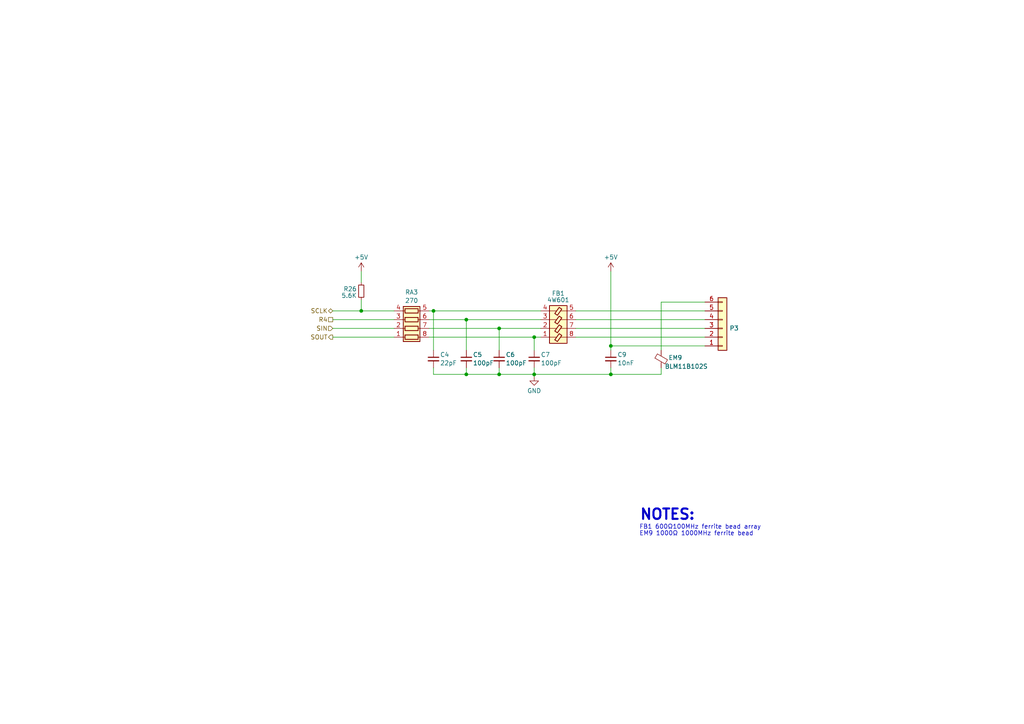
<source format=kicad_sch>
(kicad_sch (version 20250114) (generator "eeschema") (generator_version "9.0")
  (paper "A4")
  (title_block (title "CGB Reverse Engineer") (company "NatalieTheNerd.com"))
  (lib_symbols
    (symbol "CGB:FB_Pack04"
      (property "Reference" "FB" (at -7.874 0 90))
      (symbol "FB_Pack04_0_1"
        (rectangle (start -6.858 2.54) (end 4.064 -2.54) (stroke (width 0.254)) (fill (type background)))
      )
      (symbol "FB_Pack04_1_1"
        (polyline (pts (xy -6.35 0.254) (xy -5.842 1.016) (xy -4.064 -0.254) (xy -4.572 -1.016) (xy -6.35 0.254)) (stroke (width 0.245)))
        (polyline (pts (xy -5.08 2.54) (xy -5.08 0.6041)))
        (polyline (pts (xy -5.08 -2.54) (xy -5.0799 -0.6586)))
        (polyline (pts (xy -3.81 0.254) (xy -3.302 1.016) (xy -1.524 -0.254) (xy -2.032 -1.016) (xy -3.81 0.254)) (stroke (width 0.245)))
        (polyline (pts (xy -2.54 2.54) (xy -2.54 0.6041)))
        (polyline (pts (xy -2.54 -2.54) (xy -2.5399 -0.6586)))
        (polyline (pts (xy -1.27 0.254) (xy -0.762 1.016) (xy 1.016 -0.254) (xy 0.508 -1.016) (xy -1.27 0.254)) (stroke (width 0.245)))
        (polyline (pts (xy 0 2.54) (xy 0 0.6041)))
        (polyline (pts (xy 0 -2.54) (xy 0.0001 -0.6586)))
        (polyline (pts (xy 1.27 0.254) (xy 1.778 1.016) (xy 3.556 -0.254) (xy 3.048 -1.016) (xy 1.27 0.254)) (stroke (width 0.245)))
        (polyline (pts (xy 2.54 2.54) (xy 2.54 0.6041)))
        (polyline (pts (xy 2.54 -2.54) (xy 2.5401 -0.6586)))
        (pin passive line (at -5.08 5.08 270) (length 2.54) (name "") (number "1"))
        (pin passive line (at -5.08 -5.08 90) (length 2.54) (name "") (number "8"))
        (pin passive line (at -2.54 5.08 270) (length 2.54) (name "") (number "2"))
        (pin passive line (at -2.54 -5.08 90) (length 2.54) (name "") (number "7"))
        (pin passive line (at 0 5.08 270) (length 2.54) (name "") (number "3"))
        (pin passive line (at 0 -5.08 90) (length 2.54) (name "") (number "6"))
        (pin passive line (at 2.54 5.08 270) (length 2.54) (name "") (number "4"))
        (pin passive line (at 2.54 -5.08 90) (length 2.54) (name "") (number "5"))
      )
    )
    (symbol "Connector_Generic:Conn_01x06" (pin_names (offset 1.016) (hide yes))
      (property "Reference" "J" (at 0 7.62 0))
      (property "Value" "Conn_01x06" (at 0 -10.16 0))
      (symbol "Conn_01x06_1_1"
        (rectangle (start -1.27 6.35) (end 1.27 -8.89) (stroke (width 0.254)) (fill (type background)))
        (rectangle (start -1.27 5.207) (end 0 4.953) (stroke (width 0.1524)))
        (rectangle (start -1.27 2.667) (end 0 2.413) (stroke (width 0.1524)))
        (rectangle (start -1.27 0.127) (end 0 -0.127) (stroke (width 0.1524)))
        (rectangle (start -1.27 -2.413) (end 0 -2.667) (stroke (width 0.1524)))
        (rectangle (start -1.27 -4.953) (end 0 -5.207) (stroke (width 0.1524)))
        (rectangle (start -1.27 -7.493) (end 0 -7.747) (stroke (width 0.1524)))
        (pin passive line (at -5.08 5.08 0) (length 3.81) (name "Pin_1") (number "1"))
        (pin passive line (at -5.08 2.54 0) (length 3.81) (name "Pin_2") (number "2"))
        (pin passive line (at -5.08 0 0) (length 3.81) (name "Pin_3") (number "3"))
        (pin passive line (at -5.08 -2.54 0) (length 3.81) (name "Pin_4") (number "4"))
        (pin passive line (at -5.08 -5.08 0) (length 3.81) (name "Pin_5") (number "5"))
        (pin passive line (at -5.08 -7.62 0) (length 3.81) (name "Pin_6") (number "6"))
      )
    )
    (symbol "Device:C_Small" (pin_numbers (hide yes)) (pin_names (offset 0.254) (hide yes))
      (property "Reference" "C" (at 0.254 1.778 0))
      (property "Value" "C_Small" (at 0.254 -2.032 0))
      (symbol "C_Small_0_1"
        (polyline (pts (xy -1.524 0.508) (xy 1.524 0.508)) (stroke (width 0.3048)))
        (polyline (pts (xy -1.524 -0.508) (xy 1.524 -0.508)) (stroke (width 0.3302)))
      )
      (symbol "C_Small_1_1"
        (pin passive line (at 0 2.54 270) (length 2.032) (name "~") (number "1"))
        (pin passive line (at 0 -2.54 90) (length 2.032) (name "~") (number "2"))
      )
    )
    (symbol "Device:FerriteBead_Small" (pin_numbers (hide yes)) (pin_names (offset 0))
      (property "Reference" "FB" (at 1.905 1.27 0))
      (property "Value" "FerriteBead_Small" (at 1.905 -1.27 0))
      (symbol "FerriteBead_Small_0_1"
        (polyline (pts (xy -1.8288 0.2794) (xy -1.1176 1.4986) (xy 1.8288 -0.2032) (xy 1.1176 -1.4224) (xy -1.8288 0.2794)))
        (polyline (pts (xy 0 0.889) (xy 0 1.2954)))
        (polyline (pts (xy 0 -1.27) (xy 0 -0.7874)))
      )
      (symbol "FerriteBead_Small_1_1"
        (pin passive line (at 0 2.54 270) (length 1.27) (name "~") (number "1"))
        (pin passive line (at 0 -2.54 90) (length 1.27) (name "~") (number "2"))
      )
    )
    (symbol "Device:R_Pack04" (pin_names (offset 0) (hide yes))
      (property "Reference" "RN" (at -7.62 0 90))
      (property "Value" "R_Pack04" (at 5.08 0 90))
      (symbol "R_Pack04_0_1"
        (rectangle (start -6.35 -2.413) (end 3.81 2.413) (stroke (width 0.254)) (fill (type background)))
        (rectangle (start -5.715 1.905) (end -4.445 -1.905) (stroke (width 0.254)))
        (polyline (pts (xy -5.08 1.905) (xy -5.08 2.54)))
        (polyline (pts (xy -5.08 -2.54) (xy -5.08 -1.905)))
        (rectangle (start -3.175 1.905) (end -1.905 -1.905) (stroke (width 0.254)))
        (polyline (pts (xy -2.54 1.905) (xy -2.54 2.54)))
        (polyline (pts (xy -2.54 -2.54) (xy -2.54 -1.905)))
        (rectangle (start -0.635 1.905) (end 0.635 -1.905) (stroke (width 0.254)))
        (polyline (pts (xy 0 1.905) (xy 0 2.54)))
        (polyline (pts (xy 0 -2.54) (xy 0 -1.905)))
        (rectangle (start 1.905 1.905) (end 3.175 -1.905) (stroke (width 0.254)))
        (polyline (pts (xy 2.54 1.905) (xy 2.54 2.54)))
        (polyline (pts (xy 2.54 -2.54) (xy 2.54 -1.905)))
      )
      (symbol "R_Pack04_1_1"
        (pin passive line (at -5.08 5.08 270) (length 2.54) (name "R1.2") (number "8"))
        (pin passive line (at -5.08 -5.08 90) (length 2.54) (name "R1.1") (number "1"))
        (pin passive line (at -2.54 5.08 270) (length 2.54) (name "R2.2") (number "7"))
        (pin passive line (at -2.54 -5.08 90) (length 2.54) (name "R2.1") (number "2"))
        (pin passive line (at 0 5.08 270) (length 2.54) (name "R3.2") (number "6"))
        (pin passive line (at 0 -5.08 90) (length 2.54) (name "R3.1") (number "3"))
        (pin passive line (at 2.54 5.08 270) (length 2.54) (name "R4.2") (number "5"))
        (pin passive line (at 2.54 -5.08 90) (length 2.54) (name "R4.1") (number "4"))
      )
    )
    (symbol "Device:R_Small" (pin_numbers (hide yes)) (pin_names (offset 0.254) (hide yes))
      (property "Reference" "R" (at 0.762 0.508 0))
      (property "Value" "R_Small" (at 0.762 -1.016 0))
      (symbol "R_Small_0_1"
        (rectangle (start -0.762 1.778) (end 0.762 -1.778) (stroke (width 0.2032)))
      )
      (symbol "R_Small_1_1"
        (pin passive line (at 0 2.54 270) (length 0.762) (name "~") (number "1"))
        (pin passive line (at 0 -2.54 90) (length 0.762) (name "~") (number "2"))
      )
    )
    (symbol "power:+5V" (power) (pin_names (offset 0))
      (property "Value" "+5V" (at 0 3.556 0))
      (symbol "+5V_0_1"
        (polyline (pts (xy -0.762 1.27) (xy 0 2.54)))
        (polyline (pts (xy 0 2.54) (xy 0.762 1.27)))
        (polyline (pts (xy 0 0) (xy 0 2.54)))
      )
      (symbol "+5V_1_1"
        (pin power_in line (at 0 0 90) (length 0) (hide yes) (name "+5V") (number "1"))
      )
    )
    (symbol "power:GND" (power) (pin_names (offset 0))
      (property "Value" "GND" (at 0 -3.81 0))
      (symbol "GND_0_1"
        (polyline (pts (xy 0 0) (xy 0 -1.27) (xy 1.27 -1.27) (xy 0 -2.54) (xy -1.27 -1.27) (xy 0 -1.27)))
      )
      (symbol "GND_1_1"
        (pin power_in line (at 0 0 270) (length 0) (hide yes) (name "GND") (number "1"))
      )
    )
  )
  (text "EM9 1000Ω 1000MHz ferrite bead" (at 185.42 155.575 0) (effects (font (size 1.27 1.27)) (justify left bottom)))
  (text "FB1 600Ω100MHz ferrite bead array" (at 185.42 153.67 0) (effects (font (size 1.27 1.27)) (justify left bottom)))
  (text "NOTES:" (at 185.42 151.13 0) (effects (font (size 3 3) (thickness 0.6) (bold yes)) (justify left bottom)))
  (junction (at 135.255 92.71))
  (junction (at 177.165 108.585))
  (junction (at 177.165 100.33))
  (junction (at 154.94 108.585))
  (junction (at 144.78 108.585))
  (junction (at 154.94 97.79))
  (junction (at 135.255 108.585))
  (junction (at 125.73 90.17))
  (junction (at 144.78 95.25))
  (junction (at 104.775 90.17))
  (wire (pts (xy 96.52 97.79) (xy 114.3 97.79)))
  (wire (pts (xy 125.73 90.17) (xy 156.845 90.17)))
  (wire (pts (xy 135.255 92.71) (xy 156.845 92.71)))
  (wire (pts (xy 104.775 78.74) (xy 104.775 81.915)))
  (wire (pts (xy 177.165 100.33) (xy 204.47 100.33)))
  (wire (pts (xy 177.165 78.74) (xy 177.165 100.33)))
  (wire (pts (xy 154.94 109.22) (xy 154.94 108.585)))
  (wire (pts (xy 167.005 92.71) (xy 204.47 92.71)))
  (wire (pts (xy 96.52 92.71) (xy 114.3 92.71)))
  (wire (pts (xy 124.46 92.71) (xy 135.255 92.71)))
  (wire (pts (xy 104.775 86.995) (xy 104.775 90.17)))
  (wire (pts (xy 144.78 108.585) (xy 154.94 108.585)))
  (wire (pts (xy 135.255 92.71) (xy 135.255 101.6)))
  (wire (pts (xy 154.94 97.79) (xy 156.845 97.79)))
  (wire (pts (xy 154.94 108.585) (xy 177.165 108.585)))
  (wire (pts (xy 191.77 87.63) (xy 191.77 101.6)))
  (wire (pts (xy 135.255 108.585) (xy 144.78 108.585)))
  (wire (pts (xy 144.78 108.585) (xy 144.78 106.68)))
  (wire (pts (xy 135.255 108.585) (xy 125.73 108.585)))
  (wire (pts (xy 125.73 90.17) (xy 125.73 101.6)))
  (wire (pts (xy 104.775 90.17) (xy 96.52 90.17)))
  (wire (pts (xy 144.78 101.6) (xy 144.78 95.25)))
  (wire (pts (xy 154.94 108.585) (xy 154.94 106.68)))
  (wire (pts (xy 177.165 101.6) (xy 177.165 100.33)))
  (wire (pts (xy 204.47 87.63) (xy 191.77 87.63)))
  (wire (pts (xy 167.005 95.25) (xy 204.47 95.25)))
  (wire (pts (xy 167.005 97.79) (xy 204.47 97.79)))
  (wire (pts (xy 96.52 95.25) (xy 114.3 95.25)))
  (wire (pts (xy 144.78 95.25) (xy 156.845 95.25)))
  (wire (pts (xy 135.255 108.585) (xy 135.255 106.68)))
  (wire (pts (xy 191.77 106.68) (xy 191.77 108.585)))
  (wire (pts (xy 167.005 90.17) (xy 204.47 90.17)))
  (wire (pts (xy 177.165 108.585) (xy 191.77 108.585)))
  (wire (pts (xy 124.46 97.79) (xy 154.94 97.79)))
  (wire (pts (xy 114.3 90.17) (xy 104.775 90.17)))
  (wire (pts (xy 124.46 90.17) (xy 125.73 90.17)))
  (wire (pts (xy 124.46 95.25) (xy 144.78 95.25)))
  (wire (pts (xy 154.94 101.6) (xy 154.94 97.79)))
  (wire (pts (xy 177.165 106.68) (xy 177.165 108.585)))
  (wire (pts (xy 125.73 108.585) (xy 125.73 106.68)))
  (hierarchical_label "SCLK" (shape bidirectional) (at 96.52 90.17 180))
  (hierarchical_label "SOUT" (shape output) (at 96.52 97.79 180))
  (hierarchical_label "SIN" (shape input) (at 96.52 95.25 180))
  (hierarchical_label "R4" (shape passive) (at 96.52 92.71 180))
  (symbol (lib_id "power:+5V") (at 177.165 78.74 0) (unit 1)
    (property "Reference" "#PWR015" (effects (hide yes)))
    (property "Value" "+5V" (at 177.165 74.6069 0))
  )
  (symbol (lib_id "CGB:FB_Pack04") (at 161.925 92.71 90) (unit 1)
    (property "Reference" "FB1" (at 161.925 85.09 90))
    (property "Value" "4W601" (at 161.925 86.995 90))
    (property "Footprint" "Resistor_SMD:R_Array_Concave_4x0603" (effects (hide yes)))
  )
  (symbol (lib_id "Device:C_Small") (at 154.94 104.14 0) (unit 1)
    (property "Reference" "C7" (at 156.845 102.87 0) (effects (justify left)))
    (property "Value" "100pF" (at 156.845 105.2942 0) (effects (justify left)))
    (property "Footprint" "Capacitor_SMD:C_0603_1608Metric" (effects (hide yes)))
  )
  (symbol (lib_id "Device:C_Small") (at 135.255 104.14 0) (unit 1)
    (property "Reference" "C5" (at 137.16 102.87 0) (effects (justify left)))
    (property "Value" "100pF" (at 137.16 105.2942 0) (effects (justify left)))
    (property "Footprint" "Capacitor_SMD:C_0603_1608Metric" (effects (hide yes)))
  )
  (symbol (lib_id "power:+5V") (at 104.775 78.74 0) (unit 1)
    (property "Reference" "#PWR08" (effects (hide yes)))
    (property "Value" "+5V" (at 104.775 74.6069 0))
  )
  (symbol (lib_id "Device:R_Pack04") (at 119.38 92.71 270) (mirror x) (unit 1)
    (property "Reference" "RA3" (at 119.38 84.7557 90))
    (property "Value" "270" (at 119.38 87.1799 90))
    (property "Footprint" "Resistor_SMD:R_Array_Concave_4x0603" (effects (hide yes)))
  )
  (symbol (lib_id "Device:FerriteBead_Small") (at 191.77 104.14 0) (unit 1)
    (property "Reference" "EM9" (at 195.8765 103.736 0))
    (property "Value" "BLM11B102S" (at 199.0515 106.276 0))
    (property "Footprint" "Resistor_SMD:R_0603_1608Metric" (effects (hide yes)))
  )
  (symbol (lib_id "Device:R_Small") (at 104.775 84.455 0) (unit 1)
    (property "Reference" "R26" (at 103.505 83.82 0) (effects (justify right)))
    (property "Value" "5.6K" (at 103.505 85.725 0) (effects (justify right)))
    (property "Footprint" "Resistor_SMD:R_0603_1608Metric" (effects (hide yes)))
  )
  (symbol (lib_id "Device:C_Small") (at 144.78 104.14 0) (unit 1)
    (property "Reference" "C6" (at 146.685 102.87 0) (effects (justify left)))
    (property "Value" "100pF" (at 146.685 105.2942 0) (effects (justify left)))
    (property "Footprint" "Capacitor_SMD:C_0603_1608Metric" (effects (hide yes)))
  )
  (symbol (lib_id "Device:C_Small") (at 177.165 104.14 0) (unit 1)
    (property "Reference" "C9" (at 179.07 102.87 0) (effects (justify left)))
    (property "Value" "10nF" (at 179.07 105.2942 0) (effects (justify left)))
    (property "Footprint" "Capacitor_SMD:C_0603_1608Metric" (effects (hide yes)))
  )
  (symbol (lib_id "power:GND") (at 154.94 109.22 0) (unit 1)
    (property "Reference" "#PWR014" (effects (hide yes)))
    (property "Value" "GND" (at 154.94 113.3531 0))
  )
  (symbol (lib_id "Connector_Generic:Conn_01x06") (at 209.55 95.25 0) (mirror x) (unit 1)
    (property "Reference" "P3" (at 211.582 95.1921 0) (effects (justify left)))
    (property "Value" "Conn_01x06" (effects (hide yes)))
    (property "Footprint" "CGB:Serial CGB" (effects (hide yes)))
  )
  (symbol (lib_id "Device:C_Small") (at 125.73 104.14 0) (unit 1)
    (property "Reference" "C4" (at 127.635 102.87 0) (effects (justify left)))
    (property "Value" "22pF" (at 127.635 105.2942 0) (effects (justify left)))
    (property "Footprint" "Capacitor_SMD:C_0603_1608Metric" (effects (hide yes)))
  )
)
</source>
